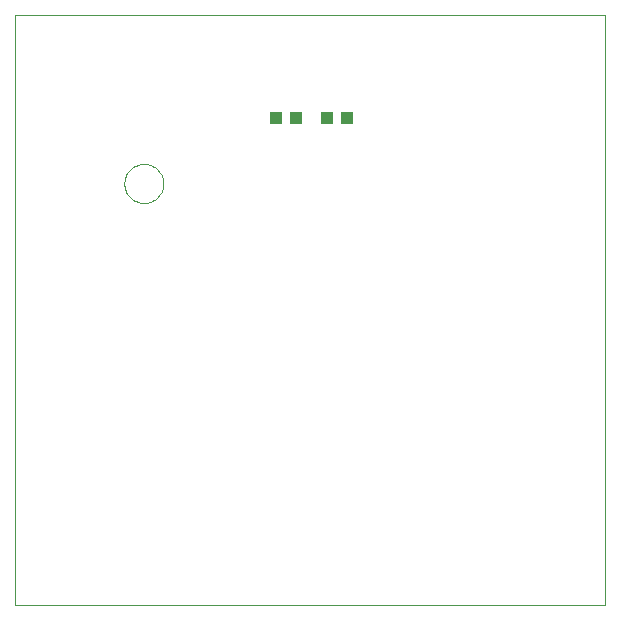
<source format=gtp>
G75*
%MOIN*%
%OFA0B0*%
%FSLAX24Y24*%
%IPPOS*%
%LPD*%
%AMOC8*
5,1,8,0,0,1.08239X$1,22.5*
%
%ADD10C,0.0000*%
%ADD11R,0.0433X0.0394*%
D10*
X000100Y000100D02*
X000100Y019785D01*
X019785Y019785D01*
X019785Y000100D01*
X000100Y000100D01*
X003751Y014156D02*
X003753Y014206D01*
X003759Y014256D01*
X003769Y014306D01*
X003782Y014354D01*
X003799Y014402D01*
X003820Y014448D01*
X003844Y014492D01*
X003872Y014534D01*
X003903Y014574D01*
X003937Y014611D01*
X003974Y014646D01*
X004013Y014677D01*
X004054Y014706D01*
X004098Y014731D01*
X004144Y014753D01*
X004191Y014771D01*
X004239Y014785D01*
X004288Y014796D01*
X004338Y014803D01*
X004388Y014806D01*
X004439Y014805D01*
X004489Y014800D01*
X004539Y014791D01*
X004587Y014779D01*
X004635Y014762D01*
X004681Y014742D01*
X004726Y014719D01*
X004769Y014692D01*
X004809Y014662D01*
X004847Y014629D01*
X004882Y014593D01*
X004915Y014554D01*
X004944Y014513D01*
X004970Y014470D01*
X004993Y014425D01*
X005012Y014378D01*
X005027Y014330D01*
X005039Y014281D01*
X005047Y014231D01*
X005051Y014181D01*
X005051Y014131D01*
X005047Y014081D01*
X005039Y014031D01*
X005027Y013982D01*
X005012Y013934D01*
X004993Y013887D01*
X004970Y013842D01*
X004944Y013799D01*
X004915Y013758D01*
X004882Y013719D01*
X004847Y013683D01*
X004809Y013650D01*
X004769Y013620D01*
X004726Y013593D01*
X004681Y013570D01*
X004635Y013550D01*
X004587Y013533D01*
X004539Y013521D01*
X004489Y013512D01*
X004439Y013507D01*
X004388Y013506D01*
X004338Y013509D01*
X004288Y013516D01*
X004239Y013527D01*
X004191Y013541D01*
X004144Y013559D01*
X004098Y013581D01*
X004054Y013606D01*
X004013Y013635D01*
X003974Y013666D01*
X003937Y013701D01*
X003903Y013738D01*
X003872Y013778D01*
X003844Y013820D01*
X003820Y013864D01*
X003799Y013910D01*
X003782Y013958D01*
X003769Y014006D01*
X003759Y014056D01*
X003753Y014106D01*
X003751Y014156D01*
D11*
X008797Y016345D03*
X009467Y016345D03*
X010517Y016325D03*
X011187Y016325D03*
M02*

</source>
